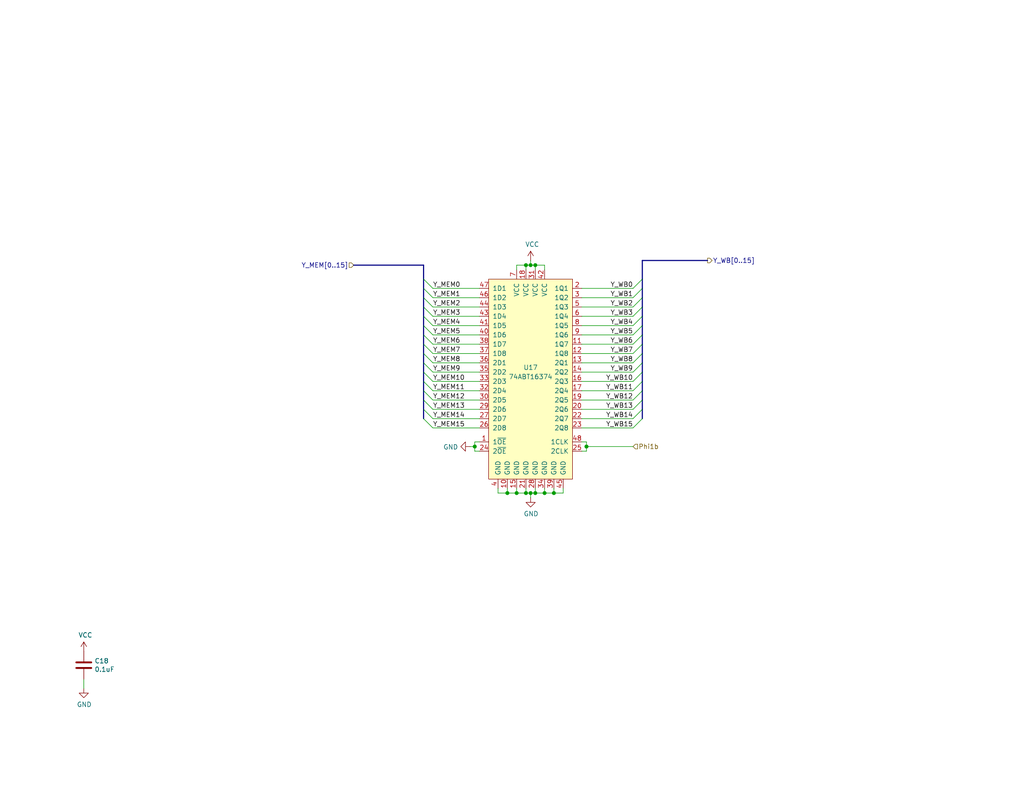
<source format=kicad_sch>
(kicad_sch (version 20250114) (generator "eeschema") (generator_version "9.0")
  (paper "USLetter")
  (title_block (title "ALU Result Register MEM/WB") (date "2025-07-01") (rev "A"))
  (lib_symbols
    (symbol "Device:C" (pin_numbers (hide yes)) (pin_names (offset 0.254))
      (property "Reference" "C" (at 0.635 2.54 0))
      (property "Value" "C" (at 0.635 -2.54 0))
      (symbol "C_0_1"
        (polyline (pts (xy -2.032 0.762) (xy 2.032 0.762)) (stroke (width 0.508)))
        (polyline (pts (xy -2.032 -0.762) (xy 2.032 -0.762)) (stroke (width 0.508)))
      )
      (symbol "C_1_1"
        (pin passive line (at 0 3.81 270) (length 2.794) (name "~") (number "1"))
        (pin passive line (at 0 -3.81 90) (length 2.794) (name "~") (number "2"))
      )
    )
    (symbol "Turtle16:74ABT16374" (pin_names (offset 1.016))
      (symbol "74ABT16374_0_0"
        (pin input line (at -13.97 21.59 0) (length 2.54) (name "1D1") (number "47"))
        (pin input line (at -13.97 19.05 0) (length 2.54) (name "1D2") (number "46"))
        (pin input line (at -13.97 16.51 0) (length 2.54) (name "1D3") (number "44"))
        (pin input line (at -13.97 13.97 0) (length 2.54) (name "1D4") (number "43"))
        (pin input line (at -13.97 11.43 0) (length 2.54) (name "1D5") (number "41"))
        (pin input line (at -13.97 8.89 0) (length 2.54) (name "1D6") (number "40"))
        (pin input line (at -13.97 6.35 0) (length 2.54) (name "1D7") (number "38"))
        (pin input line (at -13.97 3.81 0) (length 2.54) (name "1D8") (number "37"))
        (pin input line (at -13.97 1.27 0) (length 2.54) (name "2D1") (number "36"))
        (pin input line (at -13.97 -1.27 0) (length 2.54) (name "2D2") (number "35"))
        (pin input line (at -13.97 -3.81 0) (length 2.54) (name "2D3") (number "33"))
        (pin input line (at -13.97 -6.35 0) (length 2.54) (name "2D4") (number "32"))
        (pin input line (at -13.97 -8.89 0) (length 2.54) (name "2D5") (number "30"))
        (pin input line (at -13.97 -11.43 0) (length 2.54) (name "2D6") (number "29"))
        (pin input line (at -13.97 -13.97 0) (length 2.54) (name "2D7") (number "27"))
        (pin input line (at -13.97 -16.51 0) (length 2.54) (name "2D8") (number "26"))
        (pin input line (at -13.97 -20.32 0) (length 2.54) (name "1~{OE}") (number "1"))
        (pin input line (at -13.97 -22.86 0) (length 2.54) (name "2~{OE}") (number "24"))
        (pin power_in line (at -8.89 -33.02 90) (length 2.54) (name "GND") (number "4"))
        (pin power_in line (at -6.35 -33.02 90) (length 2.54) (name "GND") (number "10"))
        (pin power_in line (at -3.81 26.67 270) (length 2.54) (name "VCC") (number "7"))
        (pin power_in line (at -3.81 -33.02 90) (length 2.54) (name "GND") (number "15"))
        (pin power_in line (at -1.27 26.67 270) (length 2.54) (name "VCC") (number "18"))
        (pin power_in line (at -1.27 -33.02 90) (length 2.54) (name "GND") (number "21"))
        (pin power_in line (at 1.27 26.67 270) (length 2.54) (name "VCC") (number "31"))
        (pin power_in line (at 1.27 -33.02 90) (length 2.54) (name "GND") (number "28"))
        (pin power_in line (at 3.81 26.67 270) (length 2.54) (name "VCC") (number "42"))
        (pin power_in line (at 3.81 -33.02 90) (length 2.54) (name "GND") (number "34"))
        (pin power_in line (at 6.35 -33.02 90) (length 2.54) (name "GND") (number "39"))
        (pin power_in line (at 8.89 -33.02 90) (length 2.54) (name "GND") (number "45"))
        (pin tri_state line (at 13.97 21.59 180) (length 2.54) (name "1Q1") (number "2"))
        (pin tri_state line (at 13.97 19.05 180) (length 2.54) (name "1Q2") (number "3"))
        (pin tri_state line (at 13.97 16.51 180) (length 2.54) (name "1Q3") (number "5"))
        (pin tri_state line (at 13.97 13.97 180) (length 2.54) (name "1Q4") (number "6"))
        (pin tri_state line (at 13.97 11.43 180) (length 2.54) (name "1Q5") (number "8"))
        (pin tri_state line (at 13.97 8.89 180) (length 2.54) (name "1Q6") (number "9"))
        (pin tri_state line (at 13.97 6.35 180) (length 2.54) (name "1Q7") (number "11"))
        (pin tri_state line (at 13.97 3.81 180) (length 2.54) (name "1Q8") (number "12"))
        (pin tri_state line (at 13.97 1.27 180) (length 2.54) (name "2Q1") (number "13"))
        (pin tri_state line (at 13.97 -1.27 180) (length 2.54) (name "2Q2") (number "14"))
        (pin tri_state line (at 13.97 -3.81 180) (length 2.54) (name "2Q3") (number "16"))
        (pin tri_state line (at 13.97 -6.35 180) (length 2.54) (name "2Q4") (number "17"))
        (pin tri_state line (at 13.97 -8.89 180) (length 2.54) (name "2Q5") (number "19"))
        (pin tri_state line (at 13.97 -11.43 180) (length 2.54) (name "2Q6") (number "20"))
        (pin tri_state line (at 13.97 -13.97 180) (length 2.54) (name "2Q7") (number "22"))
        (pin tri_state line (at 13.97 -16.51 180) (length 2.54) (name "2Q8") (number "23"))
        (pin input line (at 13.97 -20.32 180) (length 2.54) (name "1CLK") (number "48"))
        (pin input line (at 13.97 -22.86 180) (length 2.54) (name "2CLK") (number "25"))
      )
      (symbol "74ABT16374_0_1"
        (rectangle (start -11.43 24.13) (end 11.43 -30.48) (fill (type background)))
      )
    )
    (symbol "power:GND" (power) (pin_numbers (hide yes)) (pin_names (offset 0) (hide yes))
      (property "Value" "GND" (at 0 -3.81 0))
      (symbol "GND_0_1"
        (polyline (pts (xy 0 0) (xy 0 -1.27) (xy 1.27 -1.27) (xy 0 -2.54) (xy -1.27 -1.27) (xy 0 -1.27)))
      )
      (symbol "GND_1_1"
        (pin power_in line (at 0 0 270) (length 0) (name "~") (number "1"))
      )
    )
    (symbol "power:VCC" (power) (pin_numbers (hide yes)) (pin_names (offset 0) (hide yes))
      (property "Value" "VCC" (at 0 3.556 0))
      (symbol "VCC_0_1"
        (polyline (pts (xy -0.762 1.27) (xy 0 2.54)))
        (polyline (pts (xy 0 2.54) (xy 0.762 1.27)))
        (polyline (pts (xy 0 0) (xy 0 2.54)))
      )
      (symbol "VCC_1_1"
        (pin power_in line (at 0 0 90) (length 0) (name "~") (number "1"))
      )
    )
  )
  (junction (at 138.43 134.62))
  (junction (at 143.51 134.62))
  (junction (at 140.97 134.62))
  (junction (at 160.02 121.92))
  (junction (at 146.05 72.39))
  (junction (at 146.05 134.62))
  (junction (at 151.13 134.62))
  (junction (at 144.78 72.39))
  (junction (at 148.59 134.62))
  (junction (at 144.78 134.62))
  (junction (at 129.54 121.92))
  (junction (at 143.51 72.39))
  (bus_entry (at 115.57 114.3) (size 2.54 2.54))
  (bus_entry (at 115.57 109.22) (size 2.54 2.54))
  (bus_entry (at 115.57 93.98) (size 2.54 2.54))
  (bus_entry (at 115.57 81.28) (size 2.54 2.54))
  (bus_entry (at 175.26 111.76) (size -2.54 2.54))
  (bus_entry (at 115.57 104.14) (size 2.54 2.54))
  (bus_entry (at 175.26 114.3) (size -2.54 2.54))
  (bus_entry (at 115.57 78.74) (size 2.54 2.54))
  (bus_entry (at 175.26 106.68) (size -2.54 2.54))
  (bus_entry (at 175.26 109.22) (size -2.54 2.54))
  (bus_entry (at 175.26 96.52) (size -2.54 2.54))
  (bus_entry (at 175.26 78.74) (size -2.54 2.54))
  (bus_entry (at 175.26 91.44) (size -2.54 2.54))
  (bus_entry (at 175.26 88.9) (size -2.54 2.54))
  (bus_entry (at 115.57 88.9) (size 2.54 2.54))
  (bus_entry (at 175.26 83.82) (size -2.54 2.54))
  (bus_entry (at 115.57 86.36) (size 2.54 2.54))
  (bus_entry (at 175.26 76.2) (size -2.54 2.54))
  (bus_entry (at 115.57 83.82) (size 2.54 2.54))
  (bus_entry (at 115.57 76.2) (size 2.54 2.54))
  (bus_entry (at 175.26 86.36) (size -2.54 2.54))
  (bus_entry (at 175.26 81.28) (size -2.54 2.54))
  (bus_entry (at 175.26 101.6) (size -2.54 2.54))
  (bus_entry (at 175.26 104.14) (size -2.54 2.54))
  (bus_entry (at 115.57 96.52) (size 2.54 2.54))
  (bus_entry (at 175.26 93.98) (size -2.54 2.54))
  (bus_entry (at 115.57 91.44) (size 2.54 2.54))
  (bus_entry (at 115.57 106.68) (size 2.54 2.54))
  (bus_entry (at 115.57 101.6) (size 2.54 2.54))
  (bus_entry (at 115.57 99.06) (size 2.54 2.54))
  (bus_entry (at 115.57 111.76) (size 2.54 2.54))
  (bus_entry (at 175.26 99.06) (size -2.54 2.54))
  (wire (pts (xy 118.11 88.9) (xy 130.81 88.9)))
  (wire (pts (xy 118.11 86.36) (xy 130.81 86.36)))
  (wire (pts (xy 160.02 121.92) (xy 160.02 123.19)))
  (bus (pts (xy 115.57 78.74) (xy 115.57 81.28)))
  (wire (pts (xy 129.54 121.92) (xy 129.54 123.19)))
  (wire (pts (xy 172.72 111.76) (xy 158.75 111.76)))
  (wire (pts (xy 153.67 134.62) (xy 153.67 133.35)))
  (wire (pts (xy 138.43 134.62) (xy 140.97 134.62)))
  (bus (pts (xy 115.57 93.98) (xy 115.57 96.52)))
  (bus (pts (xy 115.57 88.9) (xy 115.57 91.44)))
  (bus (pts (xy 115.57 86.36) (xy 115.57 88.9)))
  (wire (pts (xy 143.51 133.35) (xy 143.51 134.62)))
  (bus (pts (xy 115.57 106.68) (xy 115.57 109.22)))
  (wire (pts (xy 129.54 121.92) (xy 128.27 121.92)))
  (wire (pts (xy 160.02 120.65) (xy 160.02 121.92)))
  (wire (pts (xy 172.72 88.9) (xy 158.75 88.9)))
  (wire (pts (xy 172.72 101.6) (xy 158.75 101.6)))
  (wire (pts (xy 140.97 133.35) (xy 140.97 134.62)))
  (wire (pts (xy 148.59 72.39) (xy 148.59 73.66)))
  (wire (pts (xy 172.72 83.82) (xy 158.75 83.82)))
  (wire (pts (xy 144.78 71.12) (xy 144.78 72.39)))
  (bus (pts (xy 175.26 78.74) (xy 175.26 81.28)))
  (bus (pts (xy 115.57 76.2) (xy 115.57 78.74)))
  (wire (pts (xy 143.51 134.62) (xy 144.78 134.62)))
  (bus (pts (xy 175.26 91.44) (xy 175.26 93.98)))
  (wire (pts (xy 172.72 104.14) (xy 158.75 104.14)))
  (wire (pts (xy 148.59 133.35) (xy 148.59 134.62)))
  (bus (pts (xy 115.57 101.6) (xy 115.57 104.14)))
  (wire (pts (xy 138.43 133.35) (xy 138.43 134.62)))
  (bus (pts (xy 96.52 72.39) (xy 115.57 72.39)))
  (bus (pts (xy 175.26 71.12) (xy 175.26 76.2)))
  (wire (pts (xy 118.11 96.52) (xy 130.81 96.52)))
  (wire (pts (xy 172.72 99.06) (xy 158.75 99.06)))
  (wire (pts (xy 135.89 134.62) (xy 138.43 134.62)))
  (bus (pts (xy 175.26 81.28) (xy 175.26 83.82)))
  (wire (pts (xy 118.11 106.68) (xy 130.81 106.68)))
  (wire (pts (xy 118.11 104.14) (xy 130.81 104.14)))
  (bus (pts (xy 175.26 88.9) (xy 175.26 91.44)))
  (wire (pts (xy 118.11 111.76) (xy 130.81 111.76)))
  (bus (pts (xy 175.26 99.06) (xy 175.26 101.6)))
  (wire (pts (xy 118.11 101.6) (xy 130.81 101.6)))
  (wire (pts (xy 172.72 93.98) (xy 158.75 93.98)))
  (wire (pts (xy 146.05 133.35) (xy 146.05 134.62)))
  (wire (pts (xy 172.72 116.84) (xy 158.75 116.84)))
  (wire (pts (xy 140.97 72.39) (xy 143.51 72.39)))
  (wire (pts (xy 172.72 81.28) (xy 158.75 81.28)))
  (bus (pts (xy 193.04 71.12) (xy 175.26 71.12)))
  (wire (pts (xy 172.72 109.22) (xy 158.75 109.22)))
  (wire (pts (xy 172.72 86.36) (xy 158.75 86.36)))
  (wire (pts (xy 151.13 134.62) (xy 153.67 134.62)))
  (wire (pts (xy 172.72 96.52) (xy 158.75 96.52)))
  (wire (pts (xy 143.51 73.66) (xy 143.51 72.39)))
  (bus (pts (xy 115.57 91.44) (xy 115.57 93.98)))
  (wire (pts (xy 118.11 93.98) (xy 130.81 93.98)))
  (wire (pts (xy 146.05 72.39) (xy 148.59 72.39)))
  (bus (pts (xy 115.57 104.14) (xy 115.57 106.68)))
  (wire (pts (xy 172.72 114.3) (xy 158.75 114.3)))
  (wire (pts (xy 118.11 114.3) (xy 130.81 114.3)))
  (wire (pts (xy 172.72 106.68) (xy 158.75 106.68)))
  (bus (pts (xy 175.26 83.82) (xy 175.26 86.36)))
  (bus (pts (xy 115.57 96.52) (xy 115.57 99.06)))
  (wire (pts (xy 146.05 134.62) (xy 148.59 134.62)))
  (wire (pts (xy 146.05 73.66) (xy 146.05 72.39)))
  (wire (pts (xy 160.02 123.19) (xy 158.75 123.19)))
  (wire (pts (xy 140.97 134.62) (xy 143.51 134.62)))
  (bus (pts (xy 175.26 86.36) (xy 175.26 88.9)))
  (wire (pts (xy 129.54 120.65) (xy 129.54 121.92)))
  (wire (pts (xy 118.11 81.28) (xy 130.81 81.28)))
  (wire (pts (xy 118.11 91.44) (xy 130.81 91.44)))
  (wire (pts (xy 144.78 72.39) (xy 146.05 72.39)))
  (wire (pts (xy 140.97 73.66) (xy 140.97 72.39)))
  (bus (pts (xy 175.26 104.14) (xy 175.26 106.68)))
  (wire (pts (xy 151.13 133.35) (xy 151.13 134.62)))
  (wire (pts (xy 172.72 91.44) (xy 158.75 91.44)))
  (bus (pts (xy 115.57 99.06) (xy 115.57 101.6)))
  (wire (pts (xy 160.02 121.92) (xy 172.72 121.92)))
  (wire (pts (xy 135.89 133.35) (xy 135.89 134.62)))
  (bus (pts (xy 175.26 106.68) (xy 175.26 109.22)))
  (bus (pts (xy 175.26 101.6) (xy 175.26 104.14)))
  (wire (pts (xy 143.51 72.39) (xy 144.78 72.39)))
  (wire (pts (xy 118.11 109.22) (xy 130.81 109.22)))
  (wire (pts (xy 144.78 134.62) (xy 146.05 134.62)))
  (wire (pts (xy 118.11 116.84) (xy 130.81 116.84)))
  (wire (pts (xy 144.78 134.62) (xy 144.78 135.89)))
  (bus (pts (xy 115.57 109.22) (xy 115.57 111.76)))
  (bus (pts (xy 175.26 93.98) (xy 175.26 96.52)))
  (wire (pts (xy 130.81 120.65) (xy 129.54 120.65)))
  (bus (pts (xy 175.26 111.76) (xy 175.26 114.3)))
  (bus (pts (xy 115.57 81.28) (xy 115.57 83.82)))
  (wire (pts (xy 172.72 78.74) (xy 158.75 78.74)))
  (bus (pts (xy 115.57 72.39) (xy 115.57 76.2)))
  (wire (pts (xy 118.11 83.82) (xy 130.81 83.82)))
  (wire (pts (xy 129.54 123.19) (xy 130.81 123.19)))
  (bus (pts (xy 115.57 111.76) (xy 115.57 114.3)))
  (wire (pts (xy 22.86 187.96) (xy 22.86 185.42)))
  (bus (pts (xy 115.57 83.82) (xy 115.57 86.36)))
  (bus (pts (xy 175.26 96.52) (xy 175.26 99.06)))
  (bus (pts (xy 175.26 109.22) (xy 175.26 111.76)))
  (wire (pts (xy 118.11 78.74) (xy 130.81 78.74)))
  (wire (pts (xy 118.11 99.06) (xy 130.81 99.06)))
  (bus (pts (xy 175.26 76.2) (xy 175.26 78.74)))
  (wire (pts (xy 148.59 134.62) (xy 151.13 134.62)))
  (wire (pts (xy 158.75 120.65) (xy 160.02 120.65)))
  (label "Y_WB9" (at 172.72 101.6 180))
  (label "Y_WB14" (at 172.72 114.3 180))
  (label "Y_WB7" (at 172.72 96.52 180))
  (label "Y_WB4" (at 172.72 88.9 180))
  (label "Y_WB10" (at 172.72 104.14 180))
  (label "Y_MEM13" (at 118.11 111.76 0))
  (label "Y_MEM4" (at 118.11 88.9 0))
  (label "Y_WB12" (at 172.72 109.22 180))
  (label "Y_WB0" (at 172.72 78.74 180))
  (label "Y_MEM8" (at 118.11 99.06 0))
  (label "Y_MEM7" (at 118.11 96.52 0))
  (label "Y_WB13" (at 172.72 111.76 180))
  (label "Y_WB6" (at 172.72 93.98 180))
  (label "Y_MEM15" (at 118.11 116.84 0))
  (label "Y_MEM5" (at 118.11 91.44 0))
  (label "Y_WB8" (at 172.72 99.06 180))
  (label "Y_WB3" (at 172.72 86.36 180))
  (label "Y_MEM2" (at 118.11 83.82 0))
  (label "Y_MEM9" (at 118.11 101.6 0))
  (label "Y_MEM14" (at 118.11 114.3 0))
  (label "Y_WB15" (at 172.72 116.84 180))
  (label "Y_MEM10" (at 118.11 104.14 0))
  (label "Y_WB5" (at 172.72 91.44 180))
  (label "Y_MEM12" (at 118.11 109.22 0))
  (label "Y_MEM6" (at 118.11 93.98 0))
  (label "Y_WB1" (at 172.72 81.28 180))
  (label "Y_MEM11" (at 118.11 106.68 0))
  (label "Y_WB11" (at 172.72 106.68 180))
  (label "Y_MEM0" (at 118.11 78.74 0))
  (label "Y_MEM1" (at 118.11 81.28 0))
  (label "Y_WB2" (at 172.72 83.82 180))
  (label "Y_MEM3" (at 118.11 86.36 0))
  (hierarchical_label "Y_MEM[0..15]" (shape input) (at 96.52 72.39 180))
  (hierarchical_label "Phi1b" (shape input) (at 172.72 121.92 0))
  (hierarchical_label "Y_WB[0..15]" (shape output) (at 193.04 71.12 0))
  (symbol (lib_id "Device:C") (at 22.86 181.61 0) (unit 1)
    (property "Reference" "C18" (at 25.781 180.4416 0) (effects (justify left)))
    (property "Value" "0.1uF" (at 25.781 182.753 0) (effects (justify left)))
    (property "Footprint" "Capacitor_SMD:C_0603_1608Metric" (effects (hide yes)))
    (property "Datasheet" "https://www.mouser.com/datasheet/2/396/taiyo_yuden_12132018_mlcc11_hq_e-1510082.pdf" (effects (hide yes)))
    (property "Manufacturer" "Taiyo Yuden" (effects (hide yes)))
    (property "Manufacturer#" "EMK107B7104KAHT" (effects (hide yes)))
    (property "Digikey#" "587-6004-1-ND" (effects (hide yes)))
    (instances (project "MEMModule" (path "" (reference "C18") (unit 1))) (project "MainBoard" (path "" (reference "C?") (unit 1))))
  )
  (symbol (lib_id "power:VCC") (at 22.86 177.8 0) (unit 1)
    (property "Reference" "#PWR078" (effects (hide yes)))
    (property "Value" "VCC" (at 23.2918 173.4058 0))
    (property "Description" "Power symbol creates a global label with name \"VCC\"" (effects (hide yes)))
    (instances (project "MEMModule" (path "" (reference "#PWR078") (unit 1))) (project "MainBoard" (path "" (reference "#PWR?") (unit 1))))
  )
  (symbol (lib_id "power:GND") (at 22.86 187.96 0) (unit 1)
    (property "Reference" "#PWR079" (effects (hide yes)))
    (property "Value" "GND" (at 22.987 192.3542 0))
    (property "Description" "Power symbol creates a global label with name \"GND\" , ground" (effects (hide yes)))
    (instances (project "MEMModule" (path "" (reference "#PWR079") (unit 1))) (project "MainBoard" (path "" (reference "#PWR?") (unit 1))))
  )
  (symbol (lib_id "power:GND") (at 128.27 121.92 270) (unit 1)
    (property "Reference" "#PWR080" (effects (hide yes)))
    (property "Value" "GND" (at 125.0188 122.047 90) (effects (justify right)))
    (property "Description" "Power symbol creates a global label with name \"GND\" , ground" (effects (hide yes)))
    (instances (project "MEMModule" (path "" (reference "#PWR080") (unit 1))) (project "MainBoard" (path "" (reference "#PWR?") (unit 1))))
  )
  (symbol (lib_id "power:VCC") (at 144.78 71.12 0) (unit 1)
    (property "Reference" "#PWR081" (effects (hide yes)))
    (property "Value" "VCC" (at 145.2118 66.7258 0))
    (property "Description" "Power symbol creates a global label with name \"VCC\"" (effects (hide yes)))
    (instances (project "MEMModule" (path "" (reference "#PWR081") (unit 1))) (project "MainBoard" (path "" (reference "#PWR?") (unit 1))))
  )
  (symbol (lib_id "power:GND") (at 144.78 135.89 0) (unit 1)
    (property "Reference" "#PWR082" (effects (hide yes)))
    (property "Value" "GND" (at 144.907 140.2842 0))
    (property "Description" "Power symbol creates a global label with name \"GND\" , ground" (effects (hide yes)))
    (instances (project "MEMModule" (path "" (reference "#PWR082") (unit 1))) (project "MainBoard" (path "" (reference "#PWR?") (unit 1))))
  )
  (symbol (lib_id "Turtle16:74ABT16374") (at 144.78 100.33 0) (unit 1)
    (property "Reference" "U17" (at 144.78 100.33 0))
    (property "Value" "74ABT16374" (at 144.78 102.87 0))
    (property "Footprint" "Package_SO:TSSOP-48_6.1x12.5mm_P0.5mm" (effects (hide yes)))
    (property "Datasheet" "https://www.ti.com/general/docs/suppproductinfo.tsp?distId=26&gotoUrl=https://www.ti.com/lit/gpn/sn74abt16374a" (effects (hide yes)))
    (property "Manufacturer" "Texas Instruments" (effects (hide yes)))
    (property "Manufacturer#" "SN74ABT16374ADGGR" (effects (hide yes)))
    (property "Mouser#" "595-SNABT16374ADGGR" (effects (hide yes)))
    (property "Digikey#" "296-3900-1-ND" (effects (hide yes)))
    (instances (project "MEMModule" (path "" (reference "U17") (unit 1))) (project "MainBoard" (path "" (reference "U?") (unit 1))))
  )
)
</source>
